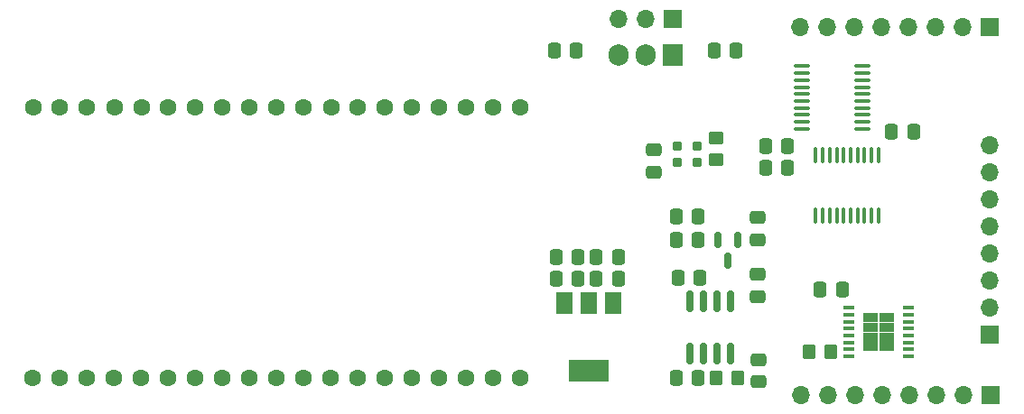
<source format=gbr>
%TF.GenerationSoftware,KiCad,Pcbnew,(6.0.5-0)*%
%TF.CreationDate,2022-06-25T01:47:51+01:00*%
%TF.ProjectId,revised_minh_design,72657669-7365-4645-9f6d-696e685f6465,rev?*%
%TF.SameCoordinates,Original*%
%TF.FileFunction,Soldermask,Top*%
%TF.FilePolarity,Negative*%
%FSLAX46Y46*%
G04 Gerber Fmt 4.6, Leading zero omitted, Abs format (unit mm)*
G04 Created by KiCad (PCBNEW (6.0.5-0)) date 2022-06-25 01:47:51*
%MOMM*%
%LPD*%
G01*
G04 APERTURE LIST*
G04 Aperture macros list*
%AMRoundRect*
0 Rectangle with rounded corners*
0 $1 Rounding radius*
0 $2 $3 $4 $5 $6 $7 $8 $9 X,Y pos of 4 corners*
0 Add a 4 corners polygon primitive as box body*
4,1,4,$2,$3,$4,$5,$6,$7,$8,$9,$2,$3,0*
0 Add four circle primitives for the rounded corners*
1,1,$1+$1,$2,$3*
1,1,$1+$1,$4,$5*
1,1,$1+$1,$6,$7*
1,1,$1+$1,$8,$9*
0 Add four rect primitives between the rounded corners*
20,1,$1+$1,$2,$3,$4,$5,0*
20,1,$1+$1,$4,$5,$6,$7,0*
20,1,$1+$1,$6,$7,$8,$9,0*
20,1,$1+$1,$8,$9,$2,$3,0*%
G04 Aperture macros list end*
%ADD10RoundRect,0.100000X0.637500X0.100000X-0.637500X0.100000X-0.637500X-0.100000X0.637500X-0.100000X0*%
%ADD11RoundRect,0.250000X-0.475000X0.337500X-0.475000X-0.337500X0.475000X-0.337500X0.475000X0.337500X0*%
%ADD12RoundRect,0.250000X0.337500X0.475000X-0.337500X0.475000X-0.337500X-0.475000X0.337500X-0.475000X0*%
%ADD13R,1.700000X1.700000*%
%ADD14O,1.700000X1.700000*%
%ADD15RoundRect,0.100000X0.100000X-0.637500X0.100000X0.637500X-0.100000X0.637500X-0.100000X-0.637500X0*%
%ADD16RoundRect,0.250000X0.475000X-0.337500X0.475000X0.337500X-0.475000X0.337500X-0.475000X-0.337500X0*%
%ADD17R,1.500000X2.000000*%
%ADD18R,3.800000X2.000000*%
%ADD19RoundRect,0.250000X-0.350000X-0.450000X0.350000X-0.450000X0.350000X0.450000X-0.350000X0.450000X0*%
%ADD20RoundRect,0.150000X-0.150000X0.587500X-0.150000X-0.587500X0.150000X-0.587500X0.150000X0.587500X0*%
%ADD21RoundRect,0.250000X-0.337500X-0.475000X0.337500X-0.475000X0.337500X0.475000X-0.337500X0.475000X0*%
%ADD22RoundRect,0.150000X-0.150000X0.825000X-0.150000X-0.825000X0.150000X-0.825000X0.150000X0.825000X0*%
%ADD23R,1.905000X2.000000*%
%ADD24O,1.905000X2.000000*%
%ADD25R,1.050000X0.450000*%
%ADD26R,1.470000X0.895000*%
%ADD27RoundRect,0.250000X-0.450000X0.350000X-0.450000X-0.350000X0.450000X-0.350000X0.450000X0.350000X0*%
%ADD28RoundRect,0.200000X0.250000X-0.200000X0.250000X0.200000X-0.250000X0.200000X-0.250000X-0.200000X0*%
%ADD29C,1.600000*%
G04 APERTURE END LIST*
D10*
%TO.C,U6*%
X129862500Y-51820000D03*
X129862500Y-51170000D03*
X129862500Y-50520000D03*
X129862500Y-49870000D03*
X129862500Y-49220000D03*
X129862500Y-48570000D03*
X129862500Y-47920000D03*
X129862500Y-47270000D03*
X129862500Y-46620000D03*
X129862500Y-45970000D03*
X124137500Y-45970000D03*
X124137500Y-46620000D03*
X124137500Y-47270000D03*
X124137500Y-47920000D03*
X124137500Y-48570000D03*
X124137500Y-49220000D03*
X124137500Y-49870000D03*
X124137500Y-50520000D03*
X124137500Y-51170000D03*
X124137500Y-51820000D03*
%TD*%
D11*
%TO.C,C18*%
X120015000Y-60176500D03*
X120015000Y-62251500D03*
%TD*%
D12*
%TO.C,C13*%
X114448500Y-75185000D03*
X112373500Y-75185000D03*
%TD*%
D13*
%TO.C,J4*%
X141732000Y-42291000D03*
D14*
X139192000Y-42291000D03*
X136652000Y-42291000D03*
X134112000Y-42291000D03*
X131572000Y-42291000D03*
X129032000Y-42291000D03*
X126492000Y-42291000D03*
X123952000Y-42291000D03*
%TD*%
D15*
%TO.C,U7*%
X125472000Y-60012500D03*
X126122000Y-60012500D03*
X126772000Y-60012500D03*
X127422000Y-60012500D03*
X128072000Y-60012500D03*
X128722000Y-60012500D03*
X129372000Y-60012500D03*
X130022000Y-60012500D03*
X130672000Y-60012500D03*
X131322000Y-60012500D03*
X131322000Y-54287500D03*
X130672000Y-54287500D03*
X130022000Y-54287500D03*
X129372000Y-54287500D03*
X128722000Y-54287500D03*
X128072000Y-54287500D03*
X127422000Y-54287500D03*
X126772000Y-54287500D03*
X126122000Y-54287500D03*
X125472000Y-54287500D03*
%TD*%
D16*
%TO.C,C11*%
X110236000Y-55901500D03*
X110236000Y-53826500D03*
%TD*%
D12*
%TO.C,C8*%
X114448500Y-60071000D03*
X112373500Y-60071000D03*
%TD*%
D17*
%TO.C,U4*%
X106495500Y-68224000D03*
D18*
X104195500Y-74524000D03*
D17*
X104195500Y-68224000D03*
X101895500Y-68224000D03*
%TD*%
D12*
%TO.C,C2*%
X103018500Y-44450000D03*
X100943500Y-44450000D03*
%TD*%
D19*
%TO.C,R2*%
X116156500Y-75185000D03*
X118156500Y-75185000D03*
%TD*%
D12*
%TO.C,C3*%
X106955500Y-63880000D03*
X104880500Y-63880000D03*
%TD*%
D13*
%TO.C,J3*%
X141732000Y-71120000D03*
D14*
X141732000Y-68580000D03*
X141732000Y-66040000D03*
X141732000Y-63500000D03*
X141732000Y-60960000D03*
X141732000Y-58420000D03*
X141732000Y-55880000D03*
X141732000Y-53340000D03*
%TD*%
D12*
%TO.C,C14*%
X127932000Y-66929000D03*
X125857000Y-66929000D03*
%TD*%
D16*
%TO.C,C12*%
X120128500Y-75586500D03*
X120128500Y-73511500D03*
%TD*%
D12*
%TO.C,C17*%
X122830500Y-55499000D03*
X120755500Y-55499000D03*
%TD*%
D20*
%TO.C,U3*%
X118171000Y-62308500D03*
X116271000Y-62308500D03*
X117221000Y-64183500D03*
%TD*%
D21*
%TO.C,C7*%
X101118000Y-65880000D03*
X103193000Y-65880000D03*
%TD*%
D22*
%TO.C,U5*%
X117461500Y-68010000D03*
X116191500Y-68010000D03*
X114921500Y-68010000D03*
X113651500Y-68010000D03*
X113651500Y-72960000D03*
X114921500Y-72960000D03*
X116191500Y-72960000D03*
X117461500Y-72960000D03*
%TD*%
D21*
%TO.C,C1*%
X115929500Y-44450000D03*
X118004500Y-44450000D03*
%TD*%
D23*
%TO.C,U2*%
X112014000Y-44902000D03*
D24*
X109474000Y-44902000D03*
X106934000Y-44902000D03*
%TD*%
D21*
%TO.C,C9*%
X101118000Y-63880000D03*
X103193000Y-63880000D03*
%TD*%
D12*
%TO.C,C5*%
X106955500Y-65880000D03*
X104880500Y-65880000D03*
%TD*%
D21*
%TO.C,C16*%
X132566500Y-52070000D03*
X134641500Y-52070000D03*
%TD*%
D19*
%TO.C,R1*%
X124857000Y-72771000D03*
X126857000Y-72771000D03*
%TD*%
D13*
%TO.C,J2*%
X141859000Y-76835000D03*
D14*
X139319000Y-76835000D03*
X136779000Y-76835000D03*
X134239000Y-76835000D03*
X131699000Y-76835000D03*
X129159000Y-76835000D03*
X126619000Y-76835000D03*
X124079000Y-76835000D03*
%TD*%
D25*
%TO.C,U8*%
X128570000Y-68651500D03*
X128570000Y-69301500D03*
X128570000Y-69951500D03*
X128570000Y-70601500D03*
X128570000Y-71251500D03*
X128570000Y-71901500D03*
X128570000Y-72551500D03*
X128570000Y-73201500D03*
X134120000Y-73201500D03*
X134120000Y-72551500D03*
X134120000Y-71901500D03*
X134120000Y-71251500D03*
X134120000Y-70601500D03*
X134120000Y-69951500D03*
X134120000Y-69301500D03*
X134120000Y-68651500D03*
D26*
X132080000Y-70479000D03*
X130610000Y-69584000D03*
X130610000Y-72269000D03*
X132080000Y-72269000D03*
X130610000Y-71374000D03*
X130610000Y-70479000D03*
X132080000Y-69584000D03*
X132080000Y-71374000D03*
%TD*%
D13*
%TO.C,J1*%
X112014000Y-41529000D03*
D14*
X109474000Y-41529000D03*
X106934000Y-41529000D03*
%TD*%
D12*
%TO.C,C6*%
X114448500Y-62230000D03*
X112373500Y-62230000D03*
%TD*%
D27*
%TO.C,R3*%
X116078000Y-52721000D03*
X116078000Y-54721000D03*
%TD*%
D12*
%TO.C,C10*%
X114597000Y-65785000D03*
X112522000Y-65785000D03*
%TD*%
%TO.C,C15*%
X122830500Y-53467000D03*
X120755500Y-53467000D03*
%TD*%
D11*
%TO.C,C4*%
X120015000Y-65510500D03*
X120015000Y-67585500D03*
%TD*%
D28*
%TO.C,X1*%
X112486000Y-54954000D03*
X114336000Y-54954000D03*
X114336000Y-53504000D03*
X112486000Y-53504000D03*
%TD*%
D29*
%TO.C,U1*%
X97785000Y-75184000D03*
X95245000Y-75184000D03*
X92705000Y-75184000D03*
X90165000Y-75184000D03*
X87625000Y-75184000D03*
X85085000Y-75184000D03*
X82545000Y-75184000D03*
X80005000Y-75184000D03*
X77465000Y-75184000D03*
X74925000Y-75184000D03*
X72385000Y-75184000D03*
X69845000Y-75184000D03*
X67305000Y-75184000D03*
X64765000Y-75184000D03*
X62225000Y-75184000D03*
X59685000Y-75184000D03*
X57145000Y-75184000D03*
X54605000Y-75184000D03*
X52065000Y-75184000D03*
X52102143Y-49789715D03*
X54599014Y-49789715D03*
X57145000Y-49784000D03*
X59713572Y-49789715D03*
X62250715Y-49789715D03*
X64765000Y-49784000D03*
X67305000Y-49784000D03*
X69845000Y-49784000D03*
X72385000Y-49784000D03*
X74925000Y-49784000D03*
X77465000Y-49784000D03*
X80010715Y-49789715D03*
X82547858Y-49789715D03*
X85085000Y-49784000D03*
X87625000Y-49784000D03*
X90165000Y-49784000D03*
X92705000Y-49784000D03*
X95245000Y-49784000D03*
X97785000Y-49784000D03*
%TD*%
M02*

</source>
